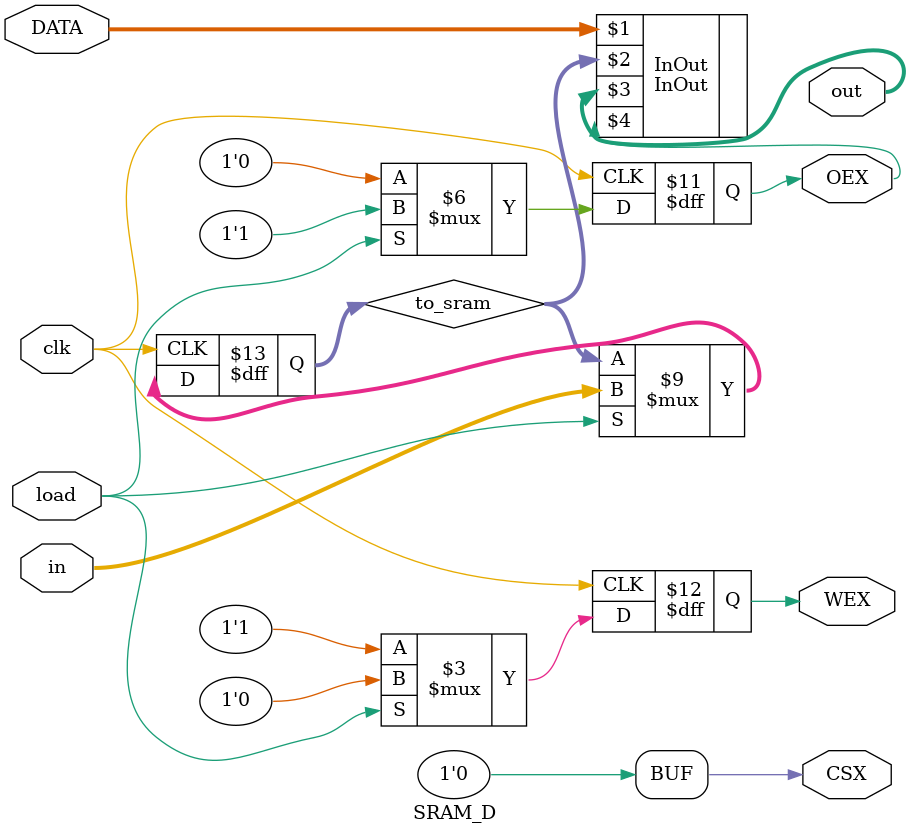
<source format=v>
/**
 * SRAM controller:
 * If load[t] == 1 then out[t+1] = in[t]
 *                      OEX[t+1] = 1
 *                      WEX[t+1] = 0
 *                      DATA[t+1] = in[t] (DATA is configured as output)
 * At any other time:
 * out = DATA (DATA is configured as input)
 * CSX =0;
 */
`default_nettype none
module SRAM_D(
    input clk,
    input load,
    input [15:0] in,
    output [15:0] out,
    inout [15:0] DATA,  // SRAM data 16 Bit
    output CSX,         // SRAM chip_enable_not
    output reg OEX,     // SRAM output_enable_not
    output reg WEX      // SRAM write_enable_not
);

    // Put your code here:
    reg [15:0] to_sram;
    always @(posedge clk) begin
        if (load) begin
            OEX <= 1;
            WEX <= 0;
            to_sram <= in;
        end else begin
            OEX <= 0;
            WEX <= 1;
        end
    end
    //DFF DFF(clk, load, LOAD);
    //Register Register(clk, in, load, to_sram);
    // assign OEX = (LOAD) ? 1 : 0;
    // assign WEX = (LOAD) ? 0 : 1;
    assign CSX = 0;
    InOut InOut(DATA, to_sram, out, OEX);

endmodule

</source>
